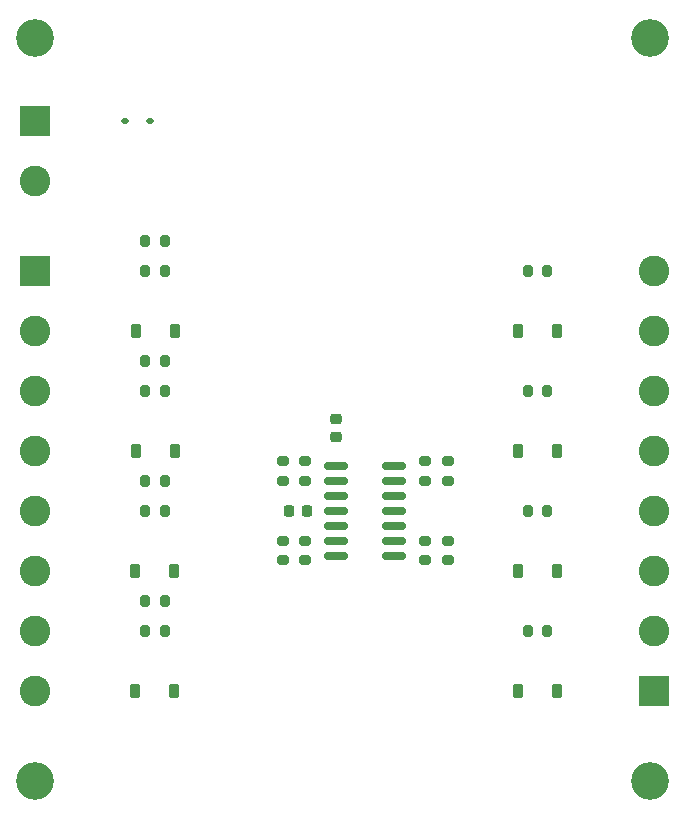
<source format=gbr>
%TF.GenerationSoftware,KiCad,Pcbnew,7.0.9*%
%TF.CreationDate,2024-02-06T13:40:39+00:00*%
%TF.ProjectId,dc-level-shifter,64632d6c-6576-4656-9c2d-736869667465,1.0*%
%TF.SameCoordinates,Original*%
%TF.FileFunction,Soldermask,Top*%
%TF.FilePolarity,Negative*%
%FSLAX46Y46*%
G04 Gerber Fmt 4.6, Leading zero omitted, Abs format (unit mm)*
G04 Created by KiCad (PCBNEW 7.0.9) date 2024-02-06 13:40:39*
%MOMM*%
%LPD*%
G01*
G04 APERTURE LIST*
G04 Aperture macros list*
%AMRoundRect*
0 Rectangle with rounded corners*
0 $1 Rounding radius*
0 $2 $3 $4 $5 $6 $7 $8 $9 X,Y pos of 4 corners*
0 Add a 4 corners polygon primitive as box body*
4,1,4,$2,$3,$4,$5,$6,$7,$8,$9,$2,$3,0*
0 Add four circle primitives for the rounded corners*
1,1,$1+$1,$2,$3*
1,1,$1+$1,$4,$5*
1,1,$1+$1,$6,$7*
1,1,$1+$1,$8,$9*
0 Add four rect primitives between the rounded corners*
20,1,$1+$1,$2,$3,$4,$5,0*
20,1,$1+$1,$4,$5,$6,$7,0*
20,1,$1+$1,$6,$7,$8,$9,0*
20,1,$1+$1,$8,$9,$2,$3,0*%
G04 Aperture macros list end*
%ADD10RoundRect,0.150000X-0.825000X-0.150000X0.825000X-0.150000X0.825000X0.150000X-0.825000X0.150000X0*%
%ADD11C,3.200000*%
%ADD12RoundRect,0.200000X0.200000X0.275000X-0.200000X0.275000X-0.200000X-0.275000X0.200000X-0.275000X0*%
%ADD13RoundRect,0.200000X0.275000X-0.200000X0.275000X0.200000X-0.275000X0.200000X-0.275000X-0.200000X0*%
%ADD14R,2.600000X2.600000*%
%ADD15C,2.600000*%
%ADD16RoundRect,0.225000X-0.225000X-0.375000X0.225000X-0.375000X0.225000X0.375000X-0.225000X0.375000X0*%
%ADD17RoundRect,0.200000X-0.275000X0.200000X-0.275000X-0.200000X0.275000X-0.200000X0.275000X0.200000X0*%
%ADD18RoundRect,0.225000X0.250000X-0.225000X0.250000X0.225000X-0.250000X0.225000X-0.250000X-0.225000X0*%
%ADD19RoundRect,0.112500X0.187500X0.112500X-0.187500X0.112500X-0.187500X-0.112500X0.187500X-0.112500X0*%
%ADD20RoundRect,0.225000X0.225000X0.250000X-0.225000X0.250000X-0.225000X-0.250000X0.225000X-0.250000X0*%
%ADD21RoundRect,0.225000X0.225000X0.375000X-0.225000X0.375000X-0.225000X-0.375000X0.225000X-0.375000X0*%
G04 APERTURE END LIST*
D10*
%TO.C,U1*%
X133985000Y-86995000D03*
X133985000Y-88265000D03*
X133985000Y-89535000D03*
X133985000Y-90805000D03*
X133985000Y-92075000D03*
X133985000Y-93345000D03*
X133985000Y-94615000D03*
X138935000Y-94615000D03*
X138935000Y-93345000D03*
X138935000Y-92075000D03*
X138935000Y-90805000D03*
X138935000Y-89535000D03*
X138935000Y-88265000D03*
X138935000Y-86995000D03*
%TD*%
D11*
%TO.C,H4*%
X160590000Y-113665000D03*
%TD*%
D12*
%TO.C,R11*%
X119505000Y-90805000D03*
X117855000Y-90805000D03*
%TD*%
D13*
%TO.C,R1*%
X129475000Y-88265000D03*
X129475000Y-86615000D03*
%TD*%
D14*
%TO.C,J1*%
X108520000Y-70485000D03*
D15*
X108520000Y-75565000D03*
X108520000Y-80645000D03*
X108520000Y-85725000D03*
X108520000Y-90805000D03*
X108520000Y-95885000D03*
X108520000Y-100965000D03*
X108520000Y-106045000D03*
%TD*%
D12*
%TO.C,R6*%
X119505000Y-80645000D03*
X117855000Y-80645000D03*
%TD*%
D16*
%TO.C,D8*%
X149415000Y-106045000D03*
X152715000Y-106045000D03*
%TD*%
D12*
%TO.C,R4*%
X119505000Y-67945000D03*
X117855000Y-67945000D03*
%TD*%
D17*
%TO.C,R8*%
X129475000Y-93345000D03*
X129475000Y-94995000D03*
%TD*%
D18*
%TO.C,C2*%
X133985000Y-84595000D03*
X133985000Y-83045000D03*
%TD*%
D14*
%TO.C,J3*%
X108520000Y-57780000D03*
D15*
X108520000Y-62860000D03*
%TD*%
D12*
%TO.C,R12*%
X119505000Y-88265000D03*
X117855000Y-88265000D03*
%TD*%
D14*
%TO.C,J2*%
X160895000Y-106045000D03*
D15*
X160895000Y-100965000D03*
X160895000Y-95885000D03*
X160895000Y-90805000D03*
X160895000Y-85725000D03*
X160895000Y-80645000D03*
X160895000Y-75565000D03*
X160895000Y-70485000D03*
%TD*%
D16*
%TO.C,D4*%
X149415000Y-85725000D03*
X152715000Y-85725000D03*
%TD*%
D12*
%TO.C,R7*%
X119505000Y-78105000D03*
X117855000Y-78105000D03*
%TD*%
%TO.C,R3*%
X151890000Y-70485000D03*
X150240000Y-70485000D03*
%TD*%
D19*
%TO.C,D9*%
X118240000Y-57780000D03*
X116140000Y-57780000D03*
%TD*%
D17*
%TO.C,R2*%
X131380000Y-86615000D03*
X131380000Y-88265000D03*
%TD*%
D11*
%TO.C,H1*%
X108520000Y-50800000D03*
%TD*%
D20*
%TO.C,C1*%
X131520000Y-90805000D03*
X129970000Y-90805000D03*
%TD*%
D21*
%TO.C,D1*%
X120330000Y-75565000D03*
X117030000Y-75565000D03*
%TD*%
D13*
%TO.C,R18*%
X143445000Y-88265000D03*
X143445000Y-86615000D03*
%TD*%
D12*
%TO.C,R5*%
X119505000Y-70485000D03*
X117855000Y-70485000D03*
%TD*%
D21*
%TO.C,D5*%
X120307500Y-95885000D03*
X117007500Y-95885000D03*
%TD*%
D12*
%TO.C,R17*%
X119505000Y-98425000D03*
X117855000Y-98425000D03*
%TD*%
D11*
%TO.C,H2*%
X108520000Y-113665000D03*
%TD*%
D16*
%TO.C,D6*%
X149415000Y-95885000D03*
X152715000Y-95885000D03*
%TD*%
%TO.C,D2*%
X149415000Y-75565000D03*
X152715000Y-75565000D03*
%TD*%
D17*
%TO.C,R13*%
X143445000Y-93345000D03*
X143445000Y-94995000D03*
%TD*%
D12*
%TO.C,R16*%
X119505000Y-100965000D03*
X117855000Y-100965000D03*
%TD*%
D13*
%TO.C,R9*%
X131380000Y-94995000D03*
X131380000Y-93345000D03*
%TD*%
D12*
%TO.C,R15*%
X151890000Y-90805000D03*
X150240000Y-90805000D03*
%TD*%
D17*
%TO.C,R19*%
X141540000Y-86615000D03*
X141540000Y-88265000D03*
%TD*%
D12*
%TO.C,R10*%
X151890000Y-80645000D03*
X150240000Y-80645000D03*
%TD*%
D21*
%TO.C,D3*%
X120352500Y-85725000D03*
X117052500Y-85725000D03*
%TD*%
%TO.C,D7*%
X120307500Y-106045000D03*
X117007500Y-106045000D03*
%TD*%
D12*
%TO.C,R20*%
X151890000Y-100965000D03*
X150240000Y-100965000D03*
%TD*%
D11*
%TO.C,H3*%
X160590000Y-50800000D03*
%TD*%
D13*
%TO.C,R14*%
X141540000Y-94995000D03*
X141540000Y-93345000D03*
%TD*%
M02*

</source>
